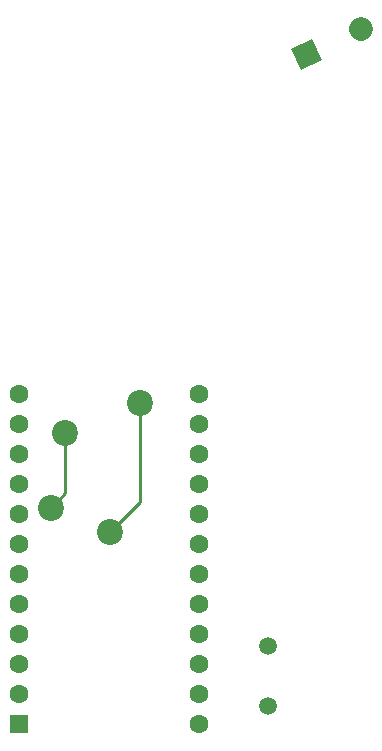
<source format=gbl>
G04 #@! TF.GenerationSoftware,KiCad,Pcbnew,(5.1.5)-1*
G04 #@! TF.CreationDate,2021-06-10T20:45:23-04:00*
G04 #@! TF.ProjectId,meishi2,6d656973-6869-4322-9e6b-696361645f70,rev?*
G04 #@! TF.SameCoordinates,Original*
G04 #@! TF.FileFunction,Copper,L2,Bot*
G04 #@! TF.FilePolarity,Positive*
%FSLAX46Y46*%
G04 Gerber Fmt 4.6, Leading zero omitted, Abs format (unit mm)*
G04 Created by KiCad (PCBNEW (5.1.5)-1) date 2021-06-10 20:45:23*
%MOMM*%
%LPD*%
G04 APERTURE LIST*
%ADD10C,1.600000*%
%ADD11R,1.600000X1.600000*%
%ADD12C,0.100000*%
%ADD13C,2.000000*%
%ADD14C,2.200000*%
%ADD15C,1.500000*%
%ADD16C,0.254000*%
G04 APERTURE END LIST*
D10*
X135382000Y-158496000D03*
X135382000Y-155956000D03*
X135382000Y-153416000D03*
X135382000Y-150876000D03*
X135382000Y-148336000D03*
X135382000Y-145796000D03*
X135382000Y-143256000D03*
X135382000Y-140716000D03*
X135382000Y-138176000D03*
X135382000Y-135636000D03*
X135382000Y-133096000D03*
X135382000Y-130556000D03*
X120142000Y-130556000D03*
X120142000Y-133096000D03*
X120142000Y-135636000D03*
X120142000Y-138176000D03*
X120142000Y-140716000D03*
X120142000Y-143256000D03*
X120142000Y-145796000D03*
X120142000Y-148336000D03*
X120142000Y-150876000D03*
X120142000Y-153416000D03*
X120142000Y-155956000D03*
D11*
X120142000Y-158496000D03*
G04 #@! TA.AperFunction,ComponentPad*
D12*
G36*
X144042310Y-103182926D02*
G01*
X143197074Y-101370310D01*
X145009690Y-100525074D01*
X145854926Y-102337690D01*
X144042310Y-103182926D01*
G37*
G04 #@! TD.AperFunction*
D13*
X149130044Y-99707099D02*
X149130044Y-99707099D01*
D14*
X130429000Y-131318000D03*
X124079000Y-133858000D03*
X127889000Y-142298000D03*
X122889000Y-140198000D03*
D15*
X141224000Y-151892000D03*
X141224000Y-156972000D03*
D16*
X122889000Y-140198000D02*
X124079000Y-139008000D01*
X124079000Y-139008000D02*
X124079000Y-133858000D01*
X130429000Y-139758000D02*
X127889000Y-142298000D01*
X130429000Y-131318000D02*
X130429000Y-139758000D01*
M02*

</source>
